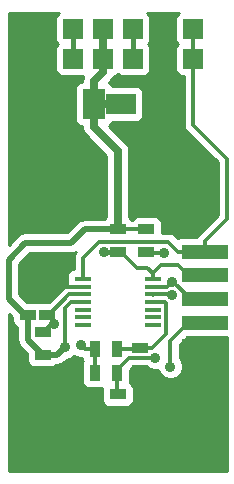
<source format=gbr>
G04 #@! TF.GenerationSoftware,KiCad,Pcbnew,(2017-02-05 revision 431abcf)-makepkg*
G04 #@! TF.CreationDate,2017-03-21T18:39:39+01:00*
G04 #@! TF.ProjectId,RPS01A,5250533031412E6B696361645F706362,01A*
G04 #@! TF.FileFunction,Copper,L2,Bot,Signal*
G04 #@! TF.FilePolarity,Positive*
%FSLAX46Y46*%
G04 Gerber Fmt 4.6, Leading zero omitted, Abs format (unit mm)*
G04 Created by KiCad (PCBNEW (2017-02-05 revision 431abcf)-makepkg) date 03/21/17 18:39:39*
%MOMM*%
%LPD*%
G01*
G04 APERTURE LIST*
%ADD10C,0.100000*%
%ADD11R,1.450000X0.450000*%
%ADD12R,1.397000X0.889000*%
%ADD13R,1.651000X1.651000*%
%ADD14C,6.000000*%
%ADD15R,0.889000X1.397000*%
%ADD16R,4.000000X1.200000*%
%ADD17R,1.950720X2.499360*%
%ADD18R,2.499360X1.800860*%
%ADD19C,0.889000*%
%ADD20C,0.300000*%
%ADD21C,0.254000*%
%ADD22C,0.500000*%
%ADD23C,0.700000*%
%ADD24C,0.400000*%
G04 APERTURE END LIST*
D10*
D11*
X138110000Y-97810000D03*
X138110000Y-98460000D03*
X138110000Y-99110000D03*
X138110000Y-99760000D03*
X138110000Y-100410000D03*
X138110000Y-101060000D03*
X138110000Y-101710000D03*
X132210000Y-101710000D03*
X132210000Y-101060000D03*
X132210000Y-100410000D03*
X132210000Y-99760000D03*
X132210000Y-99110000D03*
X132210000Y-98460000D03*
X132210000Y-97810000D03*
D12*
X129191000Y-100839500D03*
X129191000Y-98934500D03*
X127540000Y-100839500D03*
X127540000Y-98934500D03*
D13*
X136430000Y-79186000D03*
X128810000Y-76646000D03*
X133890000Y-76646000D03*
X128810000Y-79186000D03*
X138970000Y-76646000D03*
X136430000Y-76646000D03*
X131350000Y-76646000D03*
X138970000Y-79186000D03*
X131350000Y-79186000D03*
X133890000Y-79186000D03*
X141510000Y-79186000D03*
X141510000Y-76646000D03*
D14*
X130080000Y-109920000D03*
X140240000Y-109920000D03*
X140240000Y-89600000D03*
X130080000Y-89600000D03*
D12*
X128810000Y-104205000D03*
X128810000Y-102300000D03*
D15*
X135096500Y-103697000D03*
X133191500Y-103697000D03*
D12*
X137065000Y-105538500D03*
X137065000Y-103633500D03*
D15*
X135096500Y-105729000D03*
X133191500Y-105729000D03*
D12*
X135160000Y-109475500D03*
X135160000Y-107570500D03*
X135160000Y-95505500D03*
X135160000Y-93600500D03*
X137573000Y-95505500D03*
X137573000Y-93600500D03*
D16*
X142526000Y-103506000D03*
X142526000Y-101506000D03*
X142526000Y-99506000D03*
X142526000Y-97506000D03*
X142526000Y-95506000D03*
D17*
X130029200Y-82996000D03*
X133128000Y-82996000D03*
D18*
X139411960Y-82996000D03*
X135414000Y-82996000D03*
D19*
X130842000Y-96458010D03*
X127793996Y-96966000D03*
X130674510Y-103546990D03*
X139605000Y-105221000D03*
X139726668Y-98037617D03*
X139097000Y-95569000D03*
X133972073Y-95524073D03*
X139757382Y-99180206D03*
X138344689Y-104465459D03*
X129794000Y-101600000D03*
X132080000Y-103378000D03*
D20*
X130397501Y-96902509D02*
X130842000Y-96458010D01*
X129191000Y-98109010D02*
X130397501Y-96902509D01*
X129191000Y-98190000D02*
X129191000Y-98109010D01*
X129191000Y-98934500D02*
X129191000Y-98190000D01*
X127967000Y-96966000D02*
X127793996Y-96966000D01*
X129191000Y-98190000D02*
X127967000Y-96966000D01*
X132210000Y-98460000D02*
X129665500Y-98460000D01*
X129665500Y-98460000D02*
X129191000Y-98934500D01*
D21*
X129318000Y-99061500D02*
X129191000Y-98934500D01*
D22*
X128810000Y-104205000D02*
X130016500Y-104205000D01*
X130016500Y-104205000D02*
X130674510Y-103546990D01*
X127540000Y-100839500D02*
X127540000Y-102935000D01*
X127540000Y-102935000D02*
X128810000Y-104205000D01*
X127338719Y-94747499D02*
X125905499Y-96180719D01*
X125905499Y-96180719D02*
X125905499Y-99458999D01*
X125905499Y-99458999D02*
X127286000Y-100839500D01*
X127286000Y-100839500D02*
X127540000Y-100839500D01*
X135160000Y-93600500D02*
X132369502Y-93600500D01*
X132369502Y-93600500D02*
X131222503Y-94747499D01*
X131222503Y-94747499D02*
X127338719Y-94747499D01*
D23*
X135160000Y-92456000D02*
X135160000Y-93600500D01*
X133890000Y-76646000D02*
X133890000Y-79186000D01*
D20*
X137573000Y-93600500D02*
X135160000Y-93600500D01*
X141126000Y-101506000D02*
X139605000Y-103027000D01*
X139605000Y-103027000D02*
X139605000Y-105221000D01*
X132210000Y-99760000D02*
X131185000Y-99760000D01*
X131185000Y-99760000D02*
X130674510Y-100270490D01*
X130674510Y-100270490D02*
X130674510Y-103546990D01*
X142526000Y-101506000D02*
X141126000Y-101506000D01*
D23*
X133128000Y-82996000D02*
X135414000Y-82996000D01*
X135160000Y-86977680D02*
X135160000Y-89216193D01*
X133128000Y-82996000D02*
X133128000Y-84945680D01*
X133128000Y-84945680D02*
X135160000Y-86977680D01*
X135160000Y-89216193D02*
X135160000Y-92456000D01*
X133890000Y-80284320D02*
X133890000Y-80084925D01*
X133128000Y-81046320D02*
X133890000Y-80284320D01*
X133128000Y-82996000D02*
X133128000Y-81046320D01*
X133890000Y-79186000D02*
X133890000Y-80084925D01*
D21*
X137192000Y-95505500D02*
X136938000Y-95505500D01*
D20*
X139726668Y-98037617D02*
X139870575Y-98037617D01*
X139870575Y-98037617D02*
X141338958Y-99506000D01*
X141338958Y-99506000D02*
X142526000Y-99506000D01*
X139304285Y-98460000D02*
X139726668Y-98037617D01*
X138110000Y-98460000D02*
X139304285Y-98460000D01*
X139097000Y-95569000D02*
X137636500Y-95569000D01*
X137636500Y-95569000D02*
X137573000Y-95505500D01*
D24*
X136430000Y-79186000D02*
X136430000Y-76646000D01*
D20*
X138110000Y-97810000D02*
X138110000Y-97285000D01*
X138110000Y-97285000D02*
X138789000Y-96606000D01*
X138789000Y-96606000D02*
X140226000Y-96606000D01*
X141126000Y-97506000D02*
X142526000Y-97506000D01*
X140226000Y-96606000D02*
X141126000Y-97506000D01*
X137664000Y-96839000D02*
X136747500Y-96839000D01*
X136747500Y-96839000D02*
X135414000Y-95505500D01*
X135414000Y-95505500D02*
X135160000Y-95505500D01*
X138110000Y-97285000D02*
X137664000Y-96839000D01*
X142222000Y-97810000D02*
X142526000Y-97506000D01*
D24*
X135141427Y-95524073D02*
X135160000Y-95505500D01*
X133972073Y-95524073D02*
X135141427Y-95524073D01*
X131350000Y-79186000D02*
X131350000Y-76646000D01*
D20*
X142526000Y-95506000D02*
X140289782Y-95506000D01*
X140289782Y-95506000D02*
X139440781Y-94656999D01*
X139440781Y-94656999D02*
X133583365Y-94656999D01*
X132210000Y-96030364D02*
X132210000Y-97285000D01*
X133583365Y-94656999D02*
X132210000Y-96030364D01*
X132210000Y-97285000D02*
X132210000Y-97810000D01*
X141510000Y-79186000D02*
X141510000Y-84727998D01*
X144390001Y-92741999D02*
X142526000Y-94606000D01*
X141510000Y-84727998D02*
X144390001Y-87607999D01*
X144390001Y-87607999D02*
X144390001Y-92741999D01*
X142526000Y-94606000D02*
X142526000Y-95506000D01*
X141510000Y-79186000D02*
X141510000Y-76646000D01*
X139687176Y-99110000D02*
X138110000Y-99110000D01*
X139757382Y-99180206D02*
X139687176Y-99110000D01*
X135096500Y-105729000D02*
X135096500Y-107507000D01*
X135096500Y-107507000D02*
X135160000Y-107570500D01*
X138130999Y-99130999D02*
X138110000Y-99110000D01*
X136089499Y-104482001D02*
X138328147Y-104482001D01*
X138328147Y-104482001D02*
X138344689Y-104465459D01*
X135096500Y-105729000D02*
X135096500Y-105475000D01*
X135096500Y-105475000D02*
X136089499Y-104482001D01*
X138130999Y-99089001D02*
X138110000Y-99110000D01*
X139137202Y-99760000D02*
X139135000Y-99760000D01*
X139239001Y-99861799D02*
X139137202Y-99760000D01*
X139239001Y-102457999D02*
X139239001Y-99861799D01*
X138063500Y-103633500D02*
X139239001Y-102457999D01*
X137065000Y-103633500D02*
X138063500Y-103633500D01*
X139135000Y-99760000D02*
X138110000Y-99760000D01*
X135096500Y-103697000D02*
X137001500Y-103697000D01*
X137001500Y-103697000D02*
X137065000Y-103633500D01*
X129794000Y-101600000D02*
X129794000Y-101442500D01*
X129794000Y-101442500D02*
X129191000Y-100839500D01*
X129794000Y-101600000D02*
X129510000Y-101600000D01*
X129510000Y-101600000D02*
X128810000Y-102300000D01*
X133191500Y-103697000D02*
X132399000Y-103697000D01*
X132399000Y-103697000D02*
X132080000Y-103378000D01*
X133191500Y-105729000D02*
X133191500Y-103697000D01*
X132210000Y-99110000D02*
X131051512Y-99110000D01*
X131051512Y-99110000D02*
X129322012Y-100839500D01*
X129322012Y-100839500D02*
X129191000Y-100839500D01*
D21*
G36*
X126194060Y-100999139D02*
X126194060Y-101284000D01*
X126243343Y-101531765D01*
X126383691Y-101741809D01*
X126593735Y-101882157D01*
X126655000Y-101894343D01*
X126655000Y-102934995D01*
X126654999Y-102935000D01*
X126700594Y-103164216D01*
X126722367Y-103273675D01*
X126882101Y-103512735D01*
X126914210Y-103560790D01*
X127464060Y-104110640D01*
X127464060Y-104649500D01*
X127513343Y-104897265D01*
X127653691Y-105107309D01*
X127863735Y-105247657D01*
X128111500Y-105296940D01*
X129508500Y-105296940D01*
X129756265Y-105247657D01*
X129966309Y-105107309D01*
X129977875Y-105090000D01*
X130016495Y-105090000D01*
X130016500Y-105090001D01*
X130315625Y-105030500D01*
X130355175Y-105022633D01*
X130642290Y-104830790D01*
X130846439Y-104626641D01*
X130888294Y-104626677D01*
X131285199Y-104462679D01*
X131461644Y-104286542D01*
X131467714Y-104292622D01*
X131864332Y-104457313D01*
X132111898Y-104457529D01*
X132148843Y-104643265D01*
X132195439Y-104713000D01*
X132148843Y-104782735D01*
X132099560Y-105030500D01*
X132099560Y-106427500D01*
X132148843Y-106675265D01*
X132289191Y-106885309D01*
X132499235Y-107025657D01*
X132747000Y-107074940D01*
X133636000Y-107074940D01*
X133831970Y-107035960D01*
X133814060Y-107126000D01*
X133814060Y-108015000D01*
X133863343Y-108262765D01*
X134003691Y-108472809D01*
X134213735Y-108613157D01*
X134461500Y-108662440D01*
X135858500Y-108662440D01*
X136106265Y-108613157D01*
X136316309Y-108472809D01*
X136456657Y-108262765D01*
X136505940Y-108015000D01*
X136505940Y-107126000D01*
X136456657Y-106878235D01*
X136316309Y-106668191D01*
X136161182Y-106564538D01*
X136188440Y-106427500D01*
X136188440Y-105493218D01*
X136414657Y-105267001D01*
X137619520Y-105267001D01*
X137732403Y-105380081D01*
X138129021Y-105544772D01*
X138558473Y-105545146D01*
X138569099Y-105540755D01*
X138689311Y-105831689D01*
X138992714Y-106135622D01*
X139389332Y-106300313D01*
X139818784Y-106300687D01*
X140215689Y-106136689D01*
X140519622Y-105833286D01*
X140684313Y-105436668D01*
X140684687Y-105007216D01*
X140520689Y-104610311D01*
X140390000Y-104479394D01*
X140390000Y-103352158D01*
X140988718Y-102753440D01*
X144379000Y-102753440D01*
X144379000Y-114059000D01*
X125941000Y-114059000D01*
X125941000Y-100746080D01*
X126194060Y-100999139D01*
X126194060Y-100999139D01*
G37*
X126194060Y-100999139D02*
X126194060Y-101284000D01*
X126243343Y-101531765D01*
X126383691Y-101741809D01*
X126593735Y-101882157D01*
X126655000Y-101894343D01*
X126655000Y-102934995D01*
X126654999Y-102935000D01*
X126700594Y-103164216D01*
X126722367Y-103273675D01*
X126882101Y-103512735D01*
X126914210Y-103560790D01*
X127464060Y-104110640D01*
X127464060Y-104649500D01*
X127513343Y-104897265D01*
X127653691Y-105107309D01*
X127863735Y-105247657D01*
X128111500Y-105296940D01*
X129508500Y-105296940D01*
X129756265Y-105247657D01*
X129966309Y-105107309D01*
X129977875Y-105090000D01*
X130016495Y-105090000D01*
X130016500Y-105090001D01*
X130315625Y-105030500D01*
X130355175Y-105022633D01*
X130642290Y-104830790D01*
X130846439Y-104626641D01*
X130888294Y-104626677D01*
X131285199Y-104462679D01*
X131461644Y-104286542D01*
X131467714Y-104292622D01*
X131864332Y-104457313D01*
X132111898Y-104457529D01*
X132148843Y-104643265D01*
X132195439Y-104713000D01*
X132148843Y-104782735D01*
X132099560Y-105030500D01*
X132099560Y-106427500D01*
X132148843Y-106675265D01*
X132289191Y-106885309D01*
X132499235Y-107025657D01*
X132747000Y-107074940D01*
X133636000Y-107074940D01*
X133831970Y-107035960D01*
X133814060Y-107126000D01*
X133814060Y-108015000D01*
X133863343Y-108262765D01*
X134003691Y-108472809D01*
X134213735Y-108613157D01*
X134461500Y-108662440D01*
X135858500Y-108662440D01*
X136106265Y-108613157D01*
X136316309Y-108472809D01*
X136456657Y-108262765D01*
X136505940Y-108015000D01*
X136505940Y-107126000D01*
X136456657Y-106878235D01*
X136316309Y-106668191D01*
X136161182Y-106564538D01*
X136188440Y-106427500D01*
X136188440Y-105493218D01*
X136414657Y-105267001D01*
X137619520Y-105267001D01*
X137732403Y-105380081D01*
X138129021Y-105544772D01*
X138558473Y-105545146D01*
X138569099Y-105540755D01*
X138689311Y-105831689D01*
X138992714Y-106135622D01*
X139389332Y-106300313D01*
X139818784Y-106300687D01*
X140215689Y-106136689D01*
X140519622Y-105833286D01*
X140684313Y-105436668D01*
X140684687Y-105007216D01*
X140520689Y-104610311D01*
X140390000Y-104479394D01*
X140390000Y-103352158D01*
X140988718Y-102753440D01*
X144379000Y-102753440D01*
X144379000Y-114059000D01*
X125941000Y-114059000D01*
X125941000Y-100746080D01*
X126194060Y-100999139D01*
G36*
X131484755Y-95729957D02*
X131425000Y-96030364D01*
X131425000Y-96949495D01*
X131237235Y-96986843D01*
X131027191Y-97127191D01*
X130886843Y-97337235D01*
X130837560Y-97585000D01*
X130837560Y-98035000D01*
X130886843Y-98282765D01*
X130931072Y-98348957D01*
X130751105Y-98384755D01*
X130496433Y-98554921D01*
X129303794Y-99747560D01*
X128492500Y-99747560D01*
X128365500Y-99772822D01*
X128238500Y-99747560D01*
X127445639Y-99747560D01*
X126790499Y-99092419D01*
X126790499Y-96547299D01*
X127705298Y-95632499D01*
X131222498Y-95632499D01*
X131222503Y-95632500D01*
X131541732Y-95569000D01*
X131561178Y-95565132D01*
X131622076Y-95524442D01*
X131484755Y-95729957D01*
X131484755Y-95729957D01*
G37*
X131484755Y-95729957D02*
X131425000Y-96030364D01*
X131425000Y-96949495D01*
X131237235Y-96986843D01*
X131027191Y-97127191D01*
X130886843Y-97337235D01*
X130837560Y-97585000D01*
X130837560Y-98035000D01*
X130886843Y-98282765D01*
X130931072Y-98348957D01*
X130751105Y-98384755D01*
X130496433Y-98554921D01*
X129303794Y-99747560D01*
X128492500Y-99747560D01*
X128365500Y-99772822D01*
X128238500Y-99747560D01*
X127445639Y-99747560D01*
X126790499Y-99092419D01*
X126790499Y-96547299D01*
X127705298Y-95632499D01*
X131222498Y-95632499D01*
X131222503Y-95632500D01*
X131541732Y-95569000D01*
X131561178Y-95565132D01*
X131622076Y-95524442D01*
X131484755Y-95729957D01*
G36*
X130066691Y-75362691D02*
X129926343Y-75572735D01*
X129877060Y-75820500D01*
X129877060Y-77471500D01*
X129926343Y-77719265D01*
X130057798Y-77916000D01*
X129926343Y-78112735D01*
X129877060Y-78360500D01*
X129877060Y-80011500D01*
X129926343Y-80259265D01*
X130066691Y-80469309D01*
X130276735Y-80609657D01*
X130524500Y-80658940D01*
X132175500Y-80658940D01*
X132232533Y-80647596D01*
X132217979Y-80669377D01*
X132143000Y-81046320D01*
X132143000Y-81100797D01*
X131904875Y-81148163D01*
X131694831Y-81288511D01*
X131554483Y-81498555D01*
X131505200Y-81746320D01*
X131505200Y-84245680D01*
X131554483Y-84493445D01*
X131694831Y-84703489D01*
X131904875Y-84843837D01*
X132143000Y-84891203D01*
X132143000Y-84945680D01*
X132217979Y-85322623D01*
X132431500Y-85642180D01*
X134175000Y-87385680D01*
X134175000Y-92583725D01*
X134003691Y-92698191D01*
X133992125Y-92715500D01*
X132369507Y-92715500D01*
X132369502Y-92715499D01*
X132030828Y-92782866D01*
X131935556Y-92846525D01*
X131743712Y-92974710D01*
X131743710Y-92974713D01*
X130855923Y-93862499D01*
X127338724Y-93862499D01*
X127338719Y-93862498D01*
X127000044Y-93929866D01*
X126712929Y-94121709D01*
X126712927Y-94121712D01*
X125941000Y-94893638D01*
X125941000Y-75301000D01*
X130159017Y-75301000D01*
X130066691Y-75362691D01*
X130066691Y-75362691D01*
G37*
X130066691Y-75362691D02*
X129926343Y-75572735D01*
X129877060Y-75820500D01*
X129877060Y-77471500D01*
X129926343Y-77719265D01*
X130057798Y-77916000D01*
X129926343Y-78112735D01*
X129877060Y-78360500D01*
X129877060Y-80011500D01*
X129926343Y-80259265D01*
X130066691Y-80469309D01*
X130276735Y-80609657D01*
X130524500Y-80658940D01*
X132175500Y-80658940D01*
X132232533Y-80647596D01*
X132217979Y-80669377D01*
X132143000Y-81046320D01*
X132143000Y-81100797D01*
X131904875Y-81148163D01*
X131694831Y-81288511D01*
X131554483Y-81498555D01*
X131505200Y-81746320D01*
X131505200Y-84245680D01*
X131554483Y-84493445D01*
X131694831Y-84703489D01*
X131904875Y-84843837D01*
X132143000Y-84891203D01*
X132143000Y-84945680D01*
X132217979Y-85322623D01*
X132431500Y-85642180D01*
X134175000Y-87385680D01*
X134175000Y-92583725D01*
X134003691Y-92698191D01*
X133992125Y-92715500D01*
X132369507Y-92715500D01*
X132369502Y-92715499D01*
X132030828Y-92782866D01*
X131935556Y-92846525D01*
X131743712Y-92974710D01*
X131743710Y-92974713D01*
X130855923Y-93862499D01*
X127338724Y-93862499D01*
X127338719Y-93862498D01*
X127000044Y-93929866D01*
X126712929Y-94121709D01*
X126712927Y-94121712D01*
X125941000Y-94893638D01*
X125941000Y-75301000D01*
X130159017Y-75301000D01*
X130066691Y-75362691D01*
G36*
X140226691Y-75362691D02*
X140086343Y-75572735D01*
X140037060Y-75820500D01*
X140037060Y-77471500D01*
X140086343Y-77719265D01*
X140217798Y-77916000D01*
X140086343Y-78112735D01*
X140037060Y-78360500D01*
X140037060Y-80011500D01*
X140086343Y-80259265D01*
X140226691Y-80469309D01*
X140436735Y-80609657D01*
X140684500Y-80658940D01*
X140725000Y-80658940D01*
X140725000Y-84727998D01*
X140784755Y-85028405D01*
X140954921Y-85283077D01*
X143605001Y-87933156D01*
X143605001Y-92416842D01*
X141970921Y-94050921D01*
X141832181Y-94258560D01*
X140526000Y-94258560D01*
X140278235Y-94307843D01*
X140232406Y-94338466D01*
X139995860Y-94101920D01*
X139741188Y-93931754D01*
X139440781Y-93871999D01*
X138918940Y-93871999D01*
X138918940Y-93156000D01*
X138869657Y-92908235D01*
X138729309Y-92698191D01*
X138519265Y-92557843D01*
X138271500Y-92508560D01*
X136874500Y-92508560D01*
X136626735Y-92557843D01*
X136416691Y-92698191D01*
X136366500Y-92773307D01*
X136316309Y-92698191D01*
X136145000Y-92583725D01*
X136145000Y-86977680D01*
X136070021Y-86600737D01*
X135856500Y-86281180D01*
X134391907Y-84816587D01*
X134561169Y-84703489D01*
X134667824Y-84543870D01*
X136663680Y-84543870D01*
X136911445Y-84494587D01*
X137121489Y-84354239D01*
X137261837Y-84144195D01*
X137311120Y-83896430D01*
X137311120Y-82095570D01*
X137261837Y-81847805D01*
X137121489Y-81637761D01*
X136911445Y-81497413D01*
X136663680Y-81448130D01*
X134667824Y-81448130D01*
X134561169Y-81288511D01*
X134391907Y-81175413D01*
X134586500Y-80980820D01*
X134800021Y-80661263D01*
X134803984Y-80641340D01*
X134963265Y-80609657D01*
X135160000Y-80478202D01*
X135356735Y-80609657D01*
X135604500Y-80658940D01*
X137255500Y-80658940D01*
X137503265Y-80609657D01*
X137713309Y-80469309D01*
X137853657Y-80259265D01*
X137902940Y-80011500D01*
X137902940Y-78360500D01*
X137853657Y-78112735D01*
X137722202Y-77916000D01*
X137853657Y-77719265D01*
X137902940Y-77471500D01*
X137902940Y-75820500D01*
X137853657Y-75572735D01*
X137713309Y-75362691D01*
X137620983Y-75301000D01*
X140319017Y-75301000D01*
X140226691Y-75362691D01*
X140226691Y-75362691D01*
G37*
X140226691Y-75362691D02*
X140086343Y-75572735D01*
X140037060Y-75820500D01*
X140037060Y-77471500D01*
X140086343Y-77719265D01*
X140217798Y-77916000D01*
X140086343Y-78112735D01*
X140037060Y-78360500D01*
X140037060Y-80011500D01*
X140086343Y-80259265D01*
X140226691Y-80469309D01*
X140436735Y-80609657D01*
X140684500Y-80658940D01*
X140725000Y-80658940D01*
X140725000Y-84727998D01*
X140784755Y-85028405D01*
X140954921Y-85283077D01*
X143605001Y-87933156D01*
X143605001Y-92416842D01*
X141970921Y-94050921D01*
X141832181Y-94258560D01*
X140526000Y-94258560D01*
X140278235Y-94307843D01*
X140232406Y-94338466D01*
X139995860Y-94101920D01*
X139741188Y-93931754D01*
X139440781Y-93871999D01*
X138918940Y-93871999D01*
X138918940Y-93156000D01*
X138869657Y-92908235D01*
X138729309Y-92698191D01*
X138519265Y-92557843D01*
X138271500Y-92508560D01*
X136874500Y-92508560D01*
X136626735Y-92557843D01*
X136416691Y-92698191D01*
X136366500Y-92773307D01*
X136316309Y-92698191D01*
X136145000Y-92583725D01*
X136145000Y-86977680D01*
X136070021Y-86600737D01*
X135856500Y-86281180D01*
X134391907Y-84816587D01*
X134561169Y-84703489D01*
X134667824Y-84543870D01*
X136663680Y-84543870D01*
X136911445Y-84494587D01*
X137121489Y-84354239D01*
X137261837Y-84144195D01*
X137311120Y-83896430D01*
X137311120Y-82095570D01*
X137261837Y-81847805D01*
X137121489Y-81637761D01*
X136911445Y-81497413D01*
X136663680Y-81448130D01*
X134667824Y-81448130D01*
X134561169Y-81288511D01*
X134391907Y-81175413D01*
X134586500Y-80980820D01*
X134800021Y-80661263D01*
X134803984Y-80641340D01*
X134963265Y-80609657D01*
X135160000Y-80478202D01*
X135356735Y-80609657D01*
X135604500Y-80658940D01*
X137255500Y-80658940D01*
X137503265Y-80609657D01*
X137713309Y-80469309D01*
X137853657Y-80259265D01*
X137902940Y-80011500D01*
X137902940Y-78360500D01*
X137853657Y-78112735D01*
X137722202Y-77916000D01*
X137853657Y-77719265D01*
X137902940Y-77471500D01*
X137902940Y-75820500D01*
X137853657Y-75572735D01*
X137713309Y-75362691D01*
X137620983Y-75301000D01*
X140319017Y-75301000D01*
X140226691Y-75362691D01*
M02*

</source>
